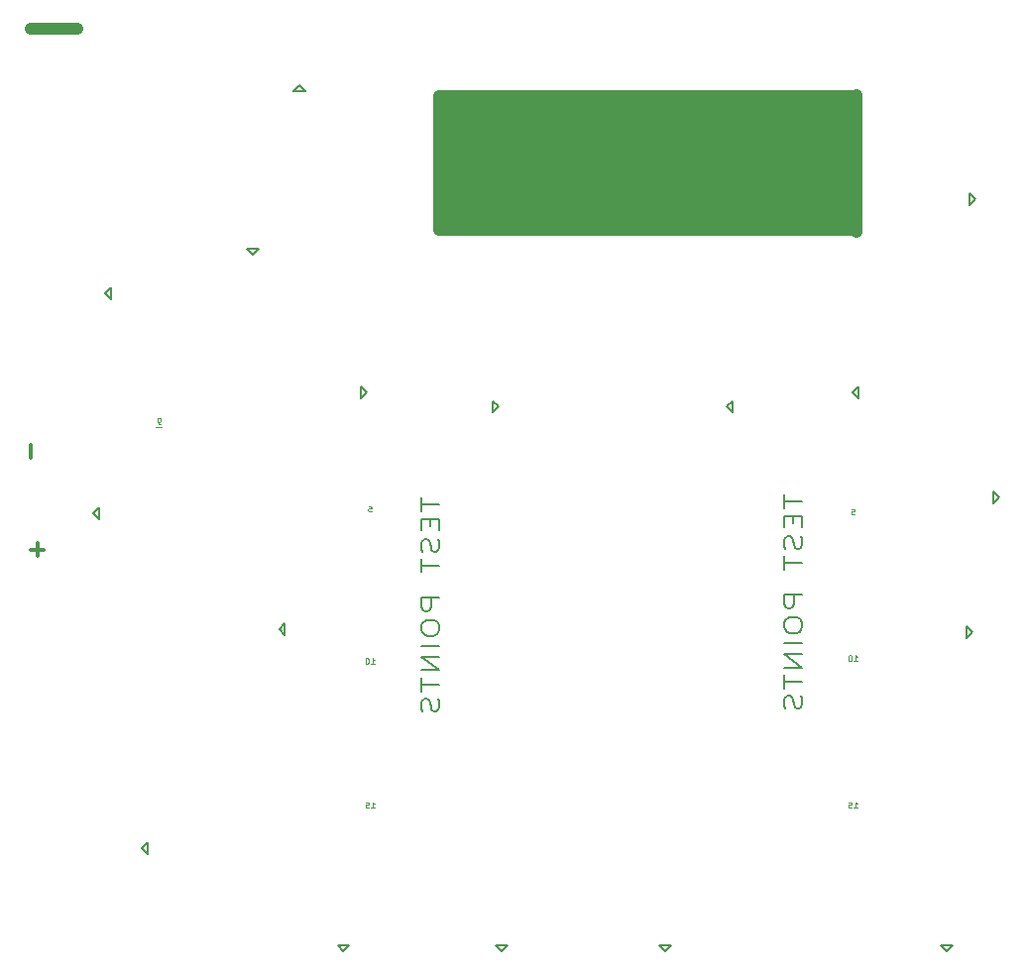
<source format=gbo>
G04 #@! TF.FileFunction,Legend,Bot*
%FSLAX46Y46*%
G04 Gerber Fmt 4.6, Leading zero omitted, Abs format (unit mm)*
G04 Created by KiCad (PCBNEW 4.0.7) date 02/07/18 15:21:04*
%MOMM*%
%LPD*%
G01*
G04 APERTURE LIST*
%ADD10C,0.100000*%
%ADD11C,1.000000*%
%ADD12C,0.125000*%
%ADD13C,0.200000*%
%ADD14C,0.300000*%
%ADD15C,0.150000*%
G04 APERTURE END LIST*
D10*
D11*
X98000000Y-38700000D02*
X94000000Y-38700000D01*
X94000000Y-38700000D02*
X98000000Y-38700000D01*
X132150000Y-49050000D02*
X132150000Y-49650000D01*
X159750000Y-49050000D02*
X132150000Y-49050000D01*
X159750000Y-49850000D02*
X159750000Y-49050000D01*
X132750000Y-49850000D02*
X159750000Y-49850000D01*
X132750000Y-48850000D02*
X132750000Y-49850000D01*
X160150000Y-48850000D02*
X132750000Y-48850000D01*
X160150000Y-50650000D02*
X160150000Y-48850000D01*
X132750000Y-50650000D02*
X160150000Y-50650000D01*
X132750000Y-48050000D02*
X132750000Y-50650000D01*
X160850000Y-48050000D02*
X132750000Y-48050000D01*
X160850000Y-51450000D02*
X160850000Y-48050000D01*
X132150000Y-51450000D02*
X160850000Y-51450000D01*
X132150000Y-47750000D02*
X132150000Y-51450000D01*
X161150000Y-47750000D02*
X132150000Y-47750000D01*
X161150000Y-52450000D02*
X161150000Y-47750000D01*
X132150000Y-52450000D02*
X161150000Y-52450000D01*
X132150000Y-47550000D02*
X132150000Y-52450000D01*
X161950000Y-47550000D02*
X132150000Y-47550000D01*
X161950000Y-53050000D02*
X161950000Y-47550000D01*
X131550000Y-53050000D02*
X161950000Y-53050000D01*
X131550000Y-46650000D02*
X131550000Y-53050000D01*
X162350000Y-46650000D02*
X131550000Y-46650000D01*
X162350000Y-53750000D02*
X162350000Y-46650000D01*
X130950000Y-53750000D02*
X162350000Y-53750000D01*
X130950000Y-46750000D02*
X130950000Y-53750000D01*
X162850000Y-46750000D02*
X130950000Y-46750000D01*
X162850000Y-54250000D02*
X162850000Y-46750000D01*
X130450000Y-54250000D02*
X162850000Y-54250000D01*
X130450000Y-46250000D02*
X130450000Y-54250000D01*
X163250000Y-46250000D02*
X130450000Y-46250000D01*
X163250000Y-54850000D02*
X163250000Y-46250000D01*
X130050000Y-54850000D02*
X163250000Y-54850000D01*
X130050000Y-45750000D02*
X130050000Y-54850000D01*
X163950000Y-45750000D02*
X130050000Y-45750000D01*
X163950000Y-55250000D02*
X163950000Y-45750000D01*
X129550000Y-55250000D02*
X163950000Y-55250000D01*
X129550000Y-45250000D02*
X129550000Y-55250000D01*
X164450000Y-45250000D02*
X129550000Y-45250000D01*
X164450000Y-55850000D02*
X164450000Y-45250000D01*
X128950000Y-55850000D02*
X164450000Y-55850000D01*
X128950000Y-44450000D02*
X128950000Y-55850000D01*
X164550000Y-44450000D02*
X128950000Y-44450000D01*
X164550000Y-56050000D02*
X164550000Y-44350000D01*
D12*
X164345238Y-105288690D02*
X164630952Y-105288690D01*
X164488095Y-105288690D02*
X164488095Y-104788690D01*
X164535714Y-104860119D01*
X164583333Y-104907738D01*
X164630952Y-104931548D01*
X163892857Y-104788690D02*
X164130952Y-104788690D01*
X164154762Y-105026786D01*
X164130952Y-105002976D01*
X164083333Y-104979167D01*
X163964286Y-104979167D01*
X163916667Y-105002976D01*
X163892857Y-105026786D01*
X163869048Y-105074405D01*
X163869048Y-105193452D01*
X163892857Y-105241071D01*
X163916667Y-105264881D01*
X163964286Y-105288690D01*
X164083333Y-105288690D01*
X164130952Y-105264881D01*
X164154762Y-105241071D01*
X123095238Y-105288690D02*
X123380952Y-105288690D01*
X123238095Y-105288690D02*
X123238095Y-104788690D01*
X123285714Y-104860119D01*
X123333333Y-104907738D01*
X123380952Y-104931548D01*
X122642857Y-104788690D02*
X122880952Y-104788690D01*
X122904762Y-105026786D01*
X122880952Y-105002976D01*
X122833333Y-104979167D01*
X122714286Y-104979167D01*
X122666667Y-105002976D01*
X122642857Y-105026786D01*
X122619048Y-105074405D01*
X122619048Y-105193452D01*
X122642857Y-105241071D01*
X122666667Y-105264881D01*
X122714286Y-105288690D01*
X122833333Y-105288690D01*
X122880952Y-105264881D01*
X122904762Y-105241071D01*
D10*
X104750000Y-72750000D02*
X105250000Y-72750000D01*
D12*
X105095238Y-72476190D02*
X105000000Y-72476190D01*
X104952381Y-72452381D01*
X104928571Y-72428571D01*
X104880952Y-72357143D01*
X104857143Y-72261905D01*
X104857143Y-72071429D01*
X104880952Y-72023810D01*
X104904762Y-72000000D01*
X104952381Y-71976190D01*
X105047619Y-71976190D01*
X105095238Y-72000000D01*
X105119047Y-72023810D01*
X105142857Y-72071429D01*
X105142857Y-72190476D01*
X105119047Y-72238095D01*
X105095238Y-72261905D01*
X105047619Y-72285714D01*
X104952381Y-72285714D01*
X104904762Y-72261905D01*
X104880952Y-72238095D01*
X104857143Y-72190476D01*
X164345238Y-92726190D02*
X164630952Y-92726190D01*
X164488095Y-92726190D02*
X164488095Y-92226190D01*
X164535714Y-92297619D01*
X164583333Y-92345238D01*
X164630952Y-92369048D01*
X164035714Y-92226190D02*
X163988095Y-92226190D01*
X163940476Y-92250000D01*
X163916667Y-92273810D01*
X163892857Y-92321429D01*
X163869048Y-92416667D01*
X163869048Y-92535714D01*
X163892857Y-92630952D01*
X163916667Y-92678571D01*
X163940476Y-92702381D01*
X163988095Y-92726190D01*
X164035714Y-92726190D01*
X164083333Y-92702381D01*
X164107143Y-92678571D01*
X164130952Y-92630952D01*
X164154762Y-92535714D01*
X164154762Y-92416667D01*
X164130952Y-92321429D01*
X164107143Y-92273810D01*
X164083333Y-92250000D01*
X164035714Y-92226190D01*
X164130952Y-79726190D02*
X164369047Y-79726190D01*
X164392857Y-79964286D01*
X164369047Y-79940476D01*
X164321428Y-79916667D01*
X164202381Y-79916667D01*
X164154762Y-79940476D01*
X164130952Y-79964286D01*
X164107143Y-80011905D01*
X164107143Y-80130952D01*
X164130952Y-80178571D01*
X164154762Y-80202381D01*
X164202381Y-80226190D01*
X164321428Y-80226190D01*
X164369047Y-80202381D01*
X164392857Y-80178571D01*
X123095238Y-92976190D02*
X123380952Y-92976190D01*
X123238095Y-92976190D02*
X123238095Y-92476190D01*
X123285714Y-92547619D01*
X123333333Y-92595238D01*
X123380952Y-92619048D01*
X122785714Y-92476190D02*
X122738095Y-92476190D01*
X122690476Y-92500000D01*
X122666667Y-92523810D01*
X122642857Y-92571429D01*
X122619048Y-92666667D01*
X122619048Y-92785714D01*
X122642857Y-92880952D01*
X122666667Y-92928571D01*
X122690476Y-92952381D01*
X122738095Y-92976190D01*
X122785714Y-92976190D01*
X122833333Y-92952381D01*
X122857143Y-92928571D01*
X122880952Y-92880952D01*
X122904762Y-92785714D01*
X122904762Y-92666667D01*
X122880952Y-92571429D01*
X122857143Y-92523810D01*
X122833333Y-92500000D01*
X122785714Y-92476190D01*
X122880952Y-79476190D02*
X123119047Y-79476190D01*
X123142857Y-79714286D01*
X123119047Y-79690476D01*
X123071428Y-79666667D01*
X122952381Y-79666667D01*
X122904762Y-79690476D01*
X122880952Y-79714286D01*
X122857143Y-79761905D01*
X122857143Y-79880952D01*
X122880952Y-79928571D01*
X122904762Y-79952381D01*
X122952381Y-79976190D01*
X123071428Y-79976190D01*
X123119047Y-79952381D01*
X123142857Y-79928571D01*
D13*
X158428571Y-78511904D02*
X158428571Y-79654761D01*
X159928571Y-79083333D02*
X158428571Y-79083333D01*
X159142857Y-80321428D02*
X159142857Y-80988095D01*
X159928571Y-81273809D02*
X159928571Y-80321428D01*
X158428571Y-80321428D01*
X158428571Y-81273809D01*
X159857143Y-82035714D02*
X159928571Y-82321429D01*
X159928571Y-82797619D01*
X159857143Y-82988095D01*
X159785714Y-83083333D01*
X159642857Y-83178572D01*
X159500000Y-83178572D01*
X159357143Y-83083333D01*
X159285714Y-82988095D01*
X159214286Y-82797619D01*
X159142857Y-82416667D01*
X159071429Y-82226191D01*
X159000000Y-82130952D01*
X158857143Y-82035714D01*
X158714286Y-82035714D01*
X158571429Y-82130952D01*
X158500000Y-82226191D01*
X158428571Y-82416667D01*
X158428571Y-82892857D01*
X158500000Y-83178572D01*
X158428571Y-83750000D02*
X158428571Y-84892857D01*
X159928571Y-84321429D02*
X158428571Y-84321429D01*
X159928571Y-87083334D02*
X158428571Y-87083334D01*
X158428571Y-87845239D01*
X158500000Y-88035715D01*
X158571429Y-88130954D01*
X158714286Y-88226192D01*
X158928571Y-88226192D01*
X159071429Y-88130954D01*
X159142857Y-88035715D01*
X159214286Y-87845239D01*
X159214286Y-87083334D01*
X158428571Y-89464287D02*
X158428571Y-89845239D01*
X158500000Y-90035715D01*
X158642857Y-90226192D01*
X158928571Y-90321430D01*
X159428571Y-90321430D01*
X159714286Y-90226192D01*
X159857143Y-90035715D01*
X159928571Y-89845239D01*
X159928571Y-89464287D01*
X159857143Y-89273811D01*
X159714286Y-89083334D01*
X159428571Y-88988096D01*
X158928571Y-88988096D01*
X158642857Y-89083334D01*
X158500000Y-89273811D01*
X158428571Y-89464287D01*
X159928571Y-91178572D02*
X158428571Y-91178572D01*
X159928571Y-92130953D02*
X158428571Y-92130953D01*
X159928571Y-93273811D01*
X158428571Y-93273811D01*
X158428571Y-93940477D02*
X158428571Y-95083334D01*
X159928571Y-94511906D02*
X158428571Y-94511906D01*
X159857143Y-95654763D02*
X159928571Y-95940478D01*
X159928571Y-96416668D01*
X159857143Y-96607144D01*
X159785714Y-96702382D01*
X159642857Y-96797621D01*
X159500000Y-96797621D01*
X159357143Y-96702382D01*
X159285714Y-96607144D01*
X159214286Y-96416668D01*
X159142857Y-96035716D01*
X159071429Y-95845240D01*
X159000000Y-95750001D01*
X158857143Y-95654763D01*
X158714286Y-95654763D01*
X158571429Y-95750001D01*
X158500000Y-95845240D01*
X158428571Y-96035716D01*
X158428571Y-96511906D01*
X158500000Y-96797621D01*
X127428571Y-78761904D02*
X127428571Y-79904761D01*
X128928571Y-79333333D02*
X127428571Y-79333333D01*
X128142857Y-80571428D02*
X128142857Y-81238095D01*
X128928571Y-81523809D02*
X128928571Y-80571428D01*
X127428571Y-80571428D01*
X127428571Y-81523809D01*
X128857143Y-82285714D02*
X128928571Y-82571429D01*
X128928571Y-83047619D01*
X128857143Y-83238095D01*
X128785714Y-83333333D01*
X128642857Y-83428572D01*
X128500000Y-83428572D01*
X128357143Y-83333333D01*
X128285714Y-83238095D01*
X128214286Y-83047619D01*
X128142857Y-82666667D01*
X128071429Y-82476191D01*
X128000000Y-82380952D01*
X127857143Y-82285714D01*
X127714286Y-82285714D01*
X127571429Y-82380952D01*
X127500000Y-82476191D01*
X127428571Y-82666667D01*
X127428571Y-83142857D01*
X127500000Y-83428572D01*
X127428571Y-84000000D02*
X127428571Y-85142857D01*
X128928571Y-84571429D02*
X127428571Y-84571429D01*
X128928571Y-87333334D02*
X127428571Y-87333334D01*
X127428571Y-88095239D01*
X127500000Y-88285715D01*
X127571429Y-88380954D01*
X127714286Y-88476192D01*
X127928571Y-88476192D01*
X128071429Y-88380954D01*
X128142857Y-88285715D01*
X128214286Y-88095239D01*
X128214286Y-87333334D01*
X127428571Y-89714287D02*
X127428571Y-90095239D01*
X127500000Y-90285715D01*
X127642857Y-90476192D01*
X127928571Y-90571430D01*
X128428571Y-90571430D01*
X128714286Y-90476192D01*
X128857143Y-90285715D01*
X128928571Y-90095239D01*
X128928571Y-89714287D01*
X128857143Y-89523811D01*
X128714286Y-89333334D01*
X128428571Y-89238096D01*
X127928571Y-89238096D01*
X127642857Y-89333334D01*
X127500000Y-89523811D01*
X127428571Y-89714287D01*
X128928571Y-91428572D02*
X127428571Y-91428572D01*
X128928571Y-92380953D02*
X127428571Y-92380953D01*
X128928571Y-93523811D01*
X127428571Y-93523811D01*
X127428571Y-94190477D02*
X127428571Y-95333334D01*
X128928571Y-94761906D02*
X127428571Y-94761906D01*
X128857143Y-95904763D02*
X128928571Y-96190478D01*
X128928571Y-96666668D01*
X128857143Y-96857144D01*
X128785714Y-96952382D01*
X128642857Y-97047621D01*
X128500000Y-97047621D01*
X128357143Y-96952382D01*
X128285714Y-96857144D01*
X128214286Y-96666668D01*
X128142857Y-96285716D01*
X128071429Y-96095240D01*
X128000000Y-96000001D01*
X127857143Y-95904763D01*
X127714286Y-95904763D01*
X127571429Y-96000001D01*
X127500000Y-96095240D01*
X127428571Y-96285716D01*
X127428571Y-96761906D01*
X127500000Y-97047621D01*
D14*
X94007143Y-75371428D02*
X94007143Y-74228571D01*
X94028572Y-83207143D02*
X95171429Y-83207143D01*
X94600000Y-83778571D02*
X94600000Y-82635714D01*
D15*
X116500000Y-44000000D02*
X117500000Y-44000000D01*
X117500000Y-44000000D02*
X117000000Y-43500000D01*
X117000000Y-43500000D02*
X116500000Y-44000000D01*
X113500000Y-57500000D02*
X112500000Y-57500000D01*
X112500000Y-57500000D02*
X113000000Y-58000000D01*
X113000000Y-58000000D02*
X113500000Y-57500000D01*
X115750000Y-90500000D02*
X115750000Y-89500000D01*
X115750000Y-89500000D02*
X115250000Y-90000000D01*
X115250000Y-90000000D02*
X115750000Y-90500000D01*
X104000000Y-109250000D02*
X104000000Y-108250000D01*
X104000000Y-108250000D02*
X103500000Y-108750000D01*
X103500000Y-108750000D02*
X104000000Y-109250000D01*
X121250000Y-117000000D02*
X120250000Y-117000000D01*
X120250000Y-117000000D02*
X120750000Y-117500000D01*
X120750000Y-117500000D02*
X121250000Y-117000000D01*
X134750000Y-117000000D02*
X133750000Y-117000000D01*
X133750000Y-117000000D02*
X134250000Y-117500000D01*
X134250000Y-117500000D02*
X134750000Y-117000000D01*
X148750000Y-117000000D02*
X147750000Y-117000000D01*
X147750000Y-117000000D02*
X148250000Y-117500000D01*
X148250000Y-117500000D02*
X148750000Y-117000000D01*
X172750000Y-117000000D02*
X171750000Y-117000000D01*
X171750000Y-117000000D02*
X172250000Y-117500000D01*
X172250000Y-117500000D02*
X172750000Y-117000000D01*
X122250000Y-69250000D02*
X122250000Y-70250000D01*
X122250000Y-70250000D02*
X122750000Y-69750000D01*
X122750000Y-69750000D02*
X122250000Y-69250000D01*
X133500000Y-70500000D02*
X133500000Y-71500000D01*
X133500000Y-71500000D02*
X134000000Y-71000000D01*
X134000000Y-71000000D02*
X133500000Y-70500000D01*
X154000000Y-71500000D02*
X154000000Y-70500000D01*
X154000000Y-70500000D02*
X153500000Y-71000000D01*
X153500000Y-71000000D02*
X154000000Y-71500000D01*
X164750000Y-70250000D02*
X164750000Y-69250000D01*
X164750000Y-69250000D02*
X164250000Y-69750000D01*
X164250000Y-69750000D02*
X164750000Y-70250000D01*
X174000000Y-89750000D02*
X174000000Y-90750000D01*
X174000000Y-90750000D02*
X174500000Y-90250000D01*
X174500000Y-90250000D02*
X174000000Y-89750000D01*
X176250000Y-78250000D02*
X176250000Y-79250000D01*
X176250000Y-79250000D02*
X176750000Y-78750000D01*
X176750000Y-78750000D02*
X176250000Y-78250000D01*
X174250000Y-52750000D02*
X174250000Y-53750000D01*
X174250000Y-53750000D02*
X174750000Y-53250000D01*
X174750000Y-53250000D02*
X174250000Y-52750000D01*
X100900000Y-61800000D02*
X100900000Y-60800000D01*
X100900000Y-60800000D02*
X100400000Y-61300000D01*
X100400000Y-61300000D02*
X100900000Y-61800000D01*
X99900000Y-80600000D02*
X99900000Y-79600000D01*
X99900000Y-79600000D02*
X99400000Y-80100000D01*
X99400000Y-80100000D02*
X99900000Y-80600000D01*
M02*

</source>
